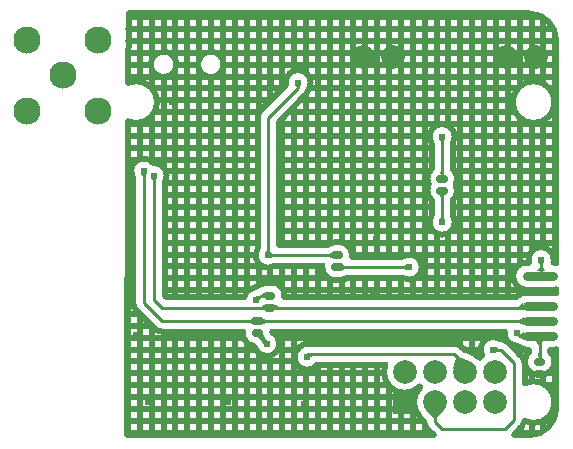
<source format=gbl>
G04 Layer: BottomLayer*
G04 EasyEDA v6.1.49, Sat, 25 May 2019 11:17:53 GMT*
G04 fc3d14014b1447b58ced6bada5ffd274,46bf6a40d4384fdb86bc8fc37bf60e4c,10*
G04 Gerber Generator version 0.2*
G04 Scale: 100 percent, Rotated: No, Reflected: No *
G04 Dimensions in millimeters *
G04 leading zeros omitted , absolute positions ,3 integer and 3 decimal *
%FSLAX33Y33*%
%MOMM*%
G90*
G71D02*

%ADD11C,0.250012*%
%ADD12C,1.999996*%
%ADD13C,0.699999*%
%ADD14C,0.620014*%
%ADD23C,2.299995*%
%ADD25C,0.499999*%
%ADD26C,0.799998*%

%LPD*%
G54D11*
G01X22374Y16659D02*
G01X21612Y17421D01*
G01X21612Y17548D01*
G01X22501Y24152D02*
G01X28343Y24152D01*
G01X22501Y24152D02*
G01X22501Y35799D01*
G01X25041Y38339D01*
G01X25041Y38757D01*
G01X25803Y15516D02*
G01X25803Y15770D01*
G01X38249Y15770D01*
G01X39138Y14881D01*
G01X39138Y14246D01*
G01X36598Y11706D02*
G01X36598Y10055D01*
G01X37233Y9420D01*
G01X42567Y9420D01*
G01X43329Y10182D01*
G01X43329Y15008D01*
G01X42186Y16151D01*
G01X41551Y16151D01*
G01X12849Y30883D02*
G01X12849Y20342D01*
G01X13484Y19707D01*
G01X45488Y19707D01*
G01X45488Y19834D01*
G01X43583Y17548D02*
G01X43837Y17294D01*
G01X45488Y17294D01*
G01X11960Y31264D02*
G01X11960Y20088D01*
G01X13484Y18564D01*
G01X45488Y18564D01*
G01X45488Y22374D02*
G01X45615Y22501D01*
G01X45615Y23771D01*
G01X21485Y20342D02*
G01X21866Y20723D01*
G01X22628Y20723D01*
G01X28343Y23136D02*
G01X34439Y23136D01*
G01X37233Y29613D02*
G01X37233Y26946D01*
G01X37233Y30629D02*
G01X37233Y34185D01*
G01X45488Y17294D02*
G01X45488Y15135D01*
G54D25*
G01X44577Y8894D02*
G01X43284Y8894D01*
G01X43284Y8894D02*
G01X43950Y9560D01*
G01X44207Y13298D02*
G01X44207Y15008D01*
G01X43950Y15629D02*
G01X42807Y16772D01*
G01X42186Y17029D02*
G01X42150Y17029D01*
G01X39818Y15862D02*
G01X39094Y16167D01*
G01X39094Y16167D02*
G01X38870Y16391D01*
G01X38249Y16648D02*
G01X26045Y16648D01*
G01X26045Y16648D02*
G01X25803Y16648D01*
G01X26664Y14891D02*
G01X32427Y14891D01*
G01X35295Y10531D02*
G01X35719Y10057D01*
G01X35719Y10057D02*
G01X35719Y10055D01*
G01X35976Y9433D02*
G01X36515Y8894D01*
G01X36515Y8894D02*
G01X10570Y8894D01*
G01X10570Y8894D02*
G01X10650Y35469D01*
G01X10660Y38746D02*
G01X10678Y44616D01*
G01X10678Y44616D02*
G01X44570Y44616D01*
G01X46902Y42280D02*
G01X46902Y23484D01*
G01X44579Y23527D02*
G01X44388Y23527D01*
G01X44388Y21220D02*
G01X46588Y21220D01*
G01X46902Y21263D02*
G01X46902Y20944D01*
G01X46588Y20987D02*
G01X44388Y20987D01*
G01X43568Y20646D02*
G01X43491Y20585D01*
G01X43491Y20585D02*
G01X23873Y20585D01*
G01X22778Y21826D02*
G01X22478Y21826D01*
G01X21978Y21707D02*
G01X21752Y21594D01*
G01X21291Y21388D02*
G01X21290Y21387D01*
G01X20449Y20585D02*
G01X13848Y20585D01*
G01X13848Y20585D02*
G01X13727Y20706D01*
G01X13727Y20706D02*
G01X13727Y30283D01*
G01X11081Y30664D02*
G01X11081Y20088D01*
G01X11338Y19466D02*
G01X12862Y17942D01*
G01X13484Y17685D02*
G01X20366Y17685D01*
G01X21246Y16465D02*
G01X21343Y16394D01*
G01X22857Y17685D02*
G01X42528Y17685D01*
G01X43460Y16491D02*
G01X43492Y16485D01*
G01X43536Y16468D02*
G01X43712Y16358D01*
G01X44388Y16140D02*
G01X44609Y16140D01*
G01X44609Y16140D02*
G01X44609Y15963D01*
G01X45338Y14031D02*
G01X45638Y14031D01*
G01X46366Y15964D02*
G01X46366Y16140D01*
G01X46366Y16140D02*
G01X46588Y16140D01*
G01X46902Y16183D02*
G01X46902Y11219D01*
G01X28193Y22032D02*
G01X28493Y22032D01*
G01X28987Y22149D02*
G01X29203Y22257D01*
G01X29203Y22257D02*
G01X33839Y22257D01*
G01X33839Y24014D02*
G01X29588Y24014D01*
G01X28493Y25255D02*
G01X28193Y25255D01*
G01X27693Y25136D02*
G01X27482Y25030D01*
G01X27482Y25030D02*
G01X23379Y25030D01*
G01X23379Y25030D02*
G01X23379Y35435D01*
G01X23379Y35435D02*
G01X25662Y37718D01*
G01X25882Y38085D02*
G01X25915Y38151D01*
G01X23999Y38541D02*
G01X21879Y36421D01*
G01X21622Y35799D02*
G01X21622Y24751D01*
G01X23100Y23273D02*
G01X27097Y23273D01*
G01X38111Y27545D02*
G01X38111Y28784D01*
G01X38111Y31458D02*
G01X38111Y33585D01*
G01X36354Y33585D02*
G01X36354Y31457D01*
G01X36354Y28784D02*
G01X36354Y27545D01*
G01X10570Y9122D02*
G01X36287Y9122D01*
G01X43512Y9122D02*
G01X45580Y9122D01*
G01X10573Y10127D02*
G01X35656Y10127D01*
G01X45780Y10127D02*
G01X46629Y10127D01*
G01X10576Y11132D02*
G01X34940Y11132D01*
G01X46654Y11132D02*
G01X46900Y11132D01*
G01X10580Y12137D02*
G01X34898Y12137D01*
G01X46696Y12137D02*
G01X46902Y12137D01*
G01X10583Y13142D02*
G01X32694Y13142D01*
G01X46013Y13142D02*
G01X46902Y13142D01*
G01X10586Y14147D02*
G01X32306Y14147D01*
G01X44207Y14147D02*
G01X44844Y14147D01*
G01X46131Y14147D02*
G01X46902Y14147D01*
G01X10589Y15152D02*
G01X24803Y15152D01*
G01X44195Y15152D02*
G01X44234Y15152D01*
G01X46741Y15152D02*
G01X46902Y15152D01*
G01X10592Y16157D02*
G01X21435Y16157D01*
G01X23312Y16157D02*
G01X24954Y16157D01*
G01X39116Y16157D02*
G01X40487Y16157D01*
G01X43421Y16157D02*
G01X44186Y16157D01*
G01X46789Y16157D02*
G01X46902Y16157D01*
G01X10595Y17162D02*
G01X20427Y17162D01*
G01X23310Y17162D02*
G01X41222Y17162D01*
G01X41879Y17162D02*
G01X42591Y17162D01*
G01X10598Y18168D02*
G01X12637Y18168D01*
G01X10601Y19173D02*
G01X11632Y19173D01*
G01X10604Y20178D02*
G01X11081Y20178D01*
G01X10607Y21183D02*
G01X11081Y21183D01*
G01X13727Y21183D02*
G01X20833Y21183D01*
G01X23781Y21183D02*
G01X46902Y21183D01*
G01X10610Y22188D02*
G01X11081Y22188D01*
G01X13727Y22188D02*
G01X27627Y22188D01*
G01X29065Y22188D02*
G01X33955Y22188D01*
G01X34922Y22188D02*
G01X43249Y22188D01*
G01X10613Y23193D02*
G01X11081Y23193D01*
G01X13727Y23193D02*
G01X22039Y23193D01*
G01X22962Y23193D02*
G01X27090Y23193D01*
G01X35501Y23193D02*
G01X43575Y23193D01*
G01X10616Y24198D02*
G01X11081Y24198D01*
G01X13727Y24198D02*
G01X21438Y24198D01*
G01X29595Y24198D02*
G01X34385Y24198D01*
G01X34492Y24198D02*
G01X44640Y24198D01*
G01X46589Y24198D02*
G01X46902Y24198D01*
G01X10619Y25203D02*
G01X11081Y25203D01*
G01X13727Y25203D02*
G01X21622Y25203D01*
G01X23379Y25203D02*
G01X27857Y25203D01*
G01X28828Y25203D02*
G01X46902Y25203D01*
G01X10622Y26208D02*
G01X11081Y26208D01*
G01X13727Y26208D02*
G01X21622Y26208D01*
G01X23379Y26208D02*
G01X36466Y26208D01*
G01X37999Y26208D02*
G01X46902Y26208D01*
G01X10625Y27213D02*
G01X11081Y27213D01*
G01X13727Y27213D02*
G01X21622Y27213D01*
G01X23379Y27213D02*
G01X36203Y27213D01*
G01X38262Y27213D02*
G01X46902Y27213D01*
G01X10628Y28218D02*
G01X11081Y28218D01*
G01X13727Y28218D02*
G01X21622Y28218D01*
G01X23379Y28218D02*
G01X36354Y28218D01*
G01X38111Y28218D02*
G01X46902Y28218D01*
G01X10631Y29223D02*
G01X11081Y29223D01*
G01X13727Y29223D02*
G01X21622Y29223D01*
G01X23379Y29223D02*
G01X36050Y29223D01*
G01X38415Y29223D02*
G01X46902Y29223D01*
G01X10634Y30228D02*
G01X11081Y30228D01*
G01X13727Y30228D02*
G01X21622Y30228D01*
G01X23379Y30228D02*
G01X36054Y30228D01*
G01X38411Y30228D02*
G01X46902Y30228D01*
G01X10637Y31234D02*
G01X10896Y31234D01*
G01X13853Y31234D02*
G01X21622Y31234D01*
G01X23379Y31234D02*
G01X36159Y31234D01*
G01X38306Y31234D02*
G01X46902Y31234D01*
G01X10640Y32239D02*
G01X11534Y32239D01*
G01X12385Y32239D02*
G01X21622Y32239D01*
G01X23379Y32239D02*
G01X36354Y32239D01*
G01X38111Y32239D02*
G01X46902Y32239D01*
G01X10643Y33244D02*
G01X21622Y33244D01*
G01X23379Y33244D02*
G01X36354Y33244D01*
G01X38111Y33244D02*
G01X46902Y33244D01*
G01X10646Y34249D02*
G01X21622Y34249D01*
G01X23379Y34249D02*
G01X36171Y34249D01*
G01X38294Y34249D02*
G01X46902Y34249D01*
G01X10649Y35254D02*
G01X21622Y35254D01*
G01X23379Y35254D02*
G01X46902Y35254D01*
G01X12879Y36259D02*
G01X21751Y36259D01*
G01X24203Y36259D02*
G01X43425Y36259D01*
G01X46534Y36259D02*
G01X46902Y36259D01*
G01X13087Y37264D02*
G01X22722Y37264D01*
G01X25208Y37264D02*
G01X43217Y37264D01*
G01X46742Y37264D02*
G01X46902Y37264D01*
G01X12658Y38269D02*
G01X23727Y38269D01*
G01X25986Y38269D02*
G01X43646Y38269D01*
G01X46313Y38269D02*
G01X46902Y38269D01*
G01X10661Y39274D02*
G01X13325Y39274D01*
G01X13962Y39274D02*
G01X17323Y39274D01*
G01X17960Y39274D02*
G01X24111Y39274D01*
G01X25970Y39274D02*
G01X46902Y39274D01*
G01X10665Y40279D02*
G01X12565Y40279D01*
G01X14722Y40279D02*
G01X16563Y40279D01*
G01X18720Y40279D02*
G01X46902Y40279D01*
G01X10668Y41284D02*
G01X13192Y41284D01*
G01X14096Y41284D02*
G01X17189Y41284D01*
G01X18094Y41284D02*
G01X46902Y41284D01*
G01X10671Y42289D02*
G01X46902Y42289D01*
G01X10674Y43294D02*
G01X46674Y43294D01*
G01X10677Y44300D02*
G01X45748Y44300D01*
G01X46812Y10579D02*
G01X46812Y16162D01*
G01X46812Y20965D02*
G01X46812Y21242D01*
G01X46812Y23505D02*
G01X46812Y42931D01*
G01X45807Y9246D02*
G01X45807Y10141D01*
G01X45807Y13270D02*
G01X45807Y14044D01*
G01X45807Y20987D02*
G01X45807Y21220D01*
G01X45807Y24817D02*
G01X45807Y35541D01*
G01X45807Y38670D02*
G01X45807Y44264D01*
G01X44802Y8905D02*
G01X44802Y9945D01*
G01X44802Y13466D02*
G01X44802Y14169D01*
G01X44802Y20987D02*
G01X44802Y21220D01*
G01X44802Y24457D02*
G01X44802Y35345D01*
G01X44802Y38866D02*
G01X44802Y44605D01*
G01X43797Y8894D02*
G01X43797Y9407D01*
G01X43797Y15782D02*
G01X43797Y16302D01*
G01X43797Y20825D02*
G01X43797Y21382D01*
G01X43797Y23365D02*
G01X43797Y35789D01*
G01X43797Y38422D02*
G01X43797Y44616D01*
G01X42792Y16787D02*
G01X42792Y16836D01*
G01X42792Y20585D02*
G01X42792Y44616D01*
G01X41787Y17188D02*
G01X41787Y17685D01*
G01X41787Y20585D02*
G01X41787Y44616D01*
G01X40782Y16886D02*
G01X40782Y17685D01*
G01X40782Y20585D02*
G01X40782Y44616D01*
G01X39777Y15879D02*
G01X39777Y17685D01*
G01X39777Y20585D02*
G01X39777Y44616D01*
G01X38772Y16476D02*
G01X38772Y17685D01*
G01X38772Y20585D02*
G01X38772Y44616D01*
G01X37766Y16648D02*
G01X37766Y17685D01*
G01X37766Y20585D02*
G01X37766Y26025D01*
G01X37766Y35105D02*
G01X37766Y44616D01*
G01X36761Y16648D02*
G01X36761Y17685D01*
G01X36761Y20585D02*
G01X36761Y25992D01*
G01X36761Y35138D02*
G01X36761Y44616D01*
G01X35756Y8894D02*
G01X35756Y9800D01*
G01X35756Y16648D02*
G01X35756Y17685D01*
G01X35756Y20585D02*
G01X35756Y44616D01*
G01X34751Y8894D02*
G01X34751Y12635D01*
G01X34751Y16648D02*
G01X34751Y17685D01*
G01X34751Y20585D02*
G01X34751Y22119D01*
G01X34751Y24152D02*
G01X34751Y44616D01*
G01X33746Y8894D02*
G01X33746Y12520D01*
G01X33746Y16648D02*
G01X33746Y17685D01*
G01X33746Y20585D02*
G01X33746Y22257D01*
G01X33746Y24014D02*
G01X33746Y44616D01*
G01X32741Y8894D02*
G01X32741Y13087D01*
G01X32741Y16648D02*
G01X32741Y17685D01*
G01X32741Y20585D02*
G01X32741Y22257D01*
G01X32741Y24014D02*
G01X32741Y44616D01*
G01X31736Y8894D02*
G01X31736Y14891D01*
G01X31736Y16648D02*
G01X31736Y17685D01*
G01X31736Y20585D02*
G01X31736Y22257D01*
G01X31736Y24014D02*
G01X31736Y44616D01*
G01X30731Y8894D02*
G01X30731Y14891D01*
G01X30731Y16648D02*
G01X30731Y17685D01*
G01X30731Y20585D02*
G01X30731Y22257D01*
G01X30731Y24014D02*
G01X30731Y44616D01*
G01X29726Y8894D02*
G01X29726Y14891D01*
G01X29726Y16648D02*
G01X29726Y17685D01*
G01X29726Y20585D02*
G01X29726Y22257D01*
G01X29726Y24014D02*
G01X29726Y44616D01*
G01X28721Y8894D02*
G01X28721Y14891D01*
G01X28721Y16648D02*
G01X28721Y17685D01*
G01X28721Y20585D02*
G01X28721Y22056D01*
G01X28721Y25231D02*
G01X28721Y44616D01*
G01X27716Y8894D02*
G01X27716Y14891D01*
G01X27716Y16648D02*
G01X27716Y17685D01*
G01X27716Y20585D02*
G01X27716Y22140D01*
G01X27716Y25147D02*
G01X27716Y44616D01*
G01X26711Y8894D02*
G01X26711Y14891D01*
G01X26711Y16648D02*
G01X26711Y17685D01*
G01X26711Y20585D02*
G01X26711Y23273D01*
G01X26711Y25030D02*
G01X26711Y44616D01*
G01X25705Y8894D02*
G01X25705Y14456D01*
G01X25705Y16643D02*
G01X25705Y17685D01*
G01X25705Y20585D02*
G01X25705Y23273D01*
G01X25705Y25030D02*
G01X25705Y37765D01*
G01X25705Y39587D02*
G01X25705Y44616D01*
G01X24700Y8894D02*
G01X24700Y17685D01*
G01X24700Y20585D02*
G01X24700Y23273D01*
G01X24700Y25030D02*
G01X24700Y36756D01*
G01X24700Y39765D02*
G01X24700Y44616D01*
G01X23695Y8894D02*
G01X23695Y17685D01*
G01X23695Y21336D02*
G01X23695Y23273D01*
G01X23695Y25030D02*
G01X23695Y35751D01*
G01X23695Y38237D02*
G01X23695Y44616D01*
G01X22690Y8894D02*
G01X22690Y15643D01*
G01X22690Y21826D02*
G01X22690Y23105D01*
G01X22690Y37232D02*
G01X22690Y44616D01*
G01X21685Y8894D02*
G01X21685Y15847D01*
G01X21685Y21583D02*
G01X21685Y23468D01*
G01X21685Y36127D02*
G01X21685Y44616D01*
G01X20680Y8894D02*
G01X20680Y16768D01*
G01X20680Y21038D02*
G01X20680Y44616D01*
G01X19675Y8894D02*
G01X19675Y17685D01*
G01X19675Y20585D02*
G01X19675Y44616D01*
G01X18670Y8894D02*
G01X18670Y17685D01*
G01X18670Y20585D02*
G01X18670Y39978D01*
G01X18670Y40631D02*
G01X18670Y44616D01*
G01X17665Y8894D02*
G01X17665Y17685D01*
G01X17665Y20585D02*
G01X17665Y39226D01*
G01X17665Y41383D02*
G01X17665Y44616D01*
G01X16660Y8894D02*
G01X16660Y17685D01*
G01X16660Y20585D02*
G01X16660Y39858D01*
G01X16660Y40752D02*
G01X16660Y44616D01*
G01X15655Y8894D02*
G01X15655Y17685D01*
G01X15655Y20585D02*
G01X15655Y44616D01*
G01X14650Y8894D02*
G01X14650Y17685D01*
G01X14650Y20585D02*
G01X14650Y39915D01*
G01X14650Y40695D02*
G01X14650Y44616D01*
G01X13645Y8894D02*
G01X13645Y17685D01*
G01X13645Y31588D02*
G01X13645Y39226D01*
G01X13645Y41384D02*
G01X13645Y44616D01*
G01X12639Y8894D02*
G01X12639Y18165D01*
G01X12639Y32082D02*
G01X12639Y35921D01*
G01X12639Y38290D02*
G01X12639Y39911D01*
G01X12639Y40699D02*
G01X12639Y44616D01*
G01X11634Y8894D02*
G01X11634Y19170D01*
G01X11634Y32276D02*
G01X11634Y35363D01*
G01X11634Y38848D02*
G01X11634Y44616D01*
G01X10629Y8894D02*
G01X10629Y28624D01*
G54D13*
G01X21762Y18564D02*
G01X21462Y18564D01*
G01X22778Y19707D02*
G01X22478Y19707D01*
G01X22778Y20723D02*
G01X22478Y20723D01*
G01X21762Y17548D02*
G01X21462Y17548D01*
G01X28493Y24152D02*
G01X28193Y24152D01*
G01X28493Y23136D02*
G01X28193Y23136D01*
G01X37083Y30629D02*
G01X37383Y30629D01*
G01X37083Y29613D02*
G01X37383Y29613D01*
G01X45638Y14119D02*
G01X45338Y14119D01*
G01X45638Y15135D02*
G01X45338Y15135D01*
G54D26*
G01X44388Y22374D02*
G01X46588Y22374D01*
G01X44388Y21104D02*
G01X46588Y21104D01*
G01X44388Y19834D02*
G01X46588Y19834D01*
G01X44388Y18564D02*
G01X46588Y18564D01*
G01X44388Y17294D02*
G01X46588Y17294D01*
G54D25*
G75*
G01X46903Y11220D02*
G02X44582Y8895I-2326J0D01*
G01*
G75*
G01X44582Y8895D02*
G03X44577Y8895I-5J-767D01*
G01*
G75*
G01X43950Y9561D02*
G03X44205Y10115I-621J621D01*
G01*
G75*
G01X44205Y10115D02*
G03X44980Y9936I775J1591D01*
G01*
G75*
G01X44980Y9936D02*
G03X46750Y11706I0J1770D01*
G01*
G75*
G01X46750Y11706D02*
G03X44980Y13476I-1770J0D01*
G01*
G75*
G01X44980Y13476D02*
G03X44208Y13298I0J-1770D01*
G01*
G75*
G01X44208Y15008D02*
G03X43950Y15629I-879J0D01*
G01*
G75*
G01X42807Y16772D02*
G03X42186Y17030I-621J-621D01*
G01*
G75*
G01X42151Y17030D02*
G03X41551Y17215I-600J-879D01*
G01*
G75*
G01X41551Y17215D02*
G03X40487Y16151I0J-1064D01*
G01*
G75*
G01X40487Y16151D02*
G03X40617Y15642I1064J0D01*
G01*
G75*
G01X40617Y15642D02*
G03X40408Y15456I1061J-1396D01*
G01*
G75*
G01X40408Y15456D02*
G03X39820Y15862I-1270J-1210D01*
G01*
G75*
G01X39820Y15862D02*
G03X39821Y15862I294J694D01*
G01*
G75*
G01X38870Y16391D02*
G03X38249Y16649I-621J-621D01*
G01*
G75*
G01X25803Y16649D02*
G03X25143Y16350I0J-879D01*
G01*
G75*
G01X25143Y16350D02*
G03X24739Y15516I660J-834D01*
G01*
G75*
G01X24739Y15516D02*
G03X25803Y14452I1064J0D01*
G01*
G75*
G01X25803Y14452D02*
G03X26664Y14891I0J1064D01*
G01*
G75*
G01X32427Y14891D02*
G03X32304Y14246I1631J-645D01*
G01*
G75*
G01X32304Y14246D02*
G03X34058Y12492I1754J0D01*
G01*
G75*
G01X34058Y12492D02*
G03X35328Y13037I0J1754D01*
G01*
G75*
G01X35328Y13037D02*
G03X35389Y12976I1270J1209D01*
G01*
G75*
G01X35389Y12976D02*
G03X34844Y11706I1209J-1270D01*
G01*
G75*
G01X34844Y11706D02*
G03X35295Y10532I1754J0D01*
G01*
G75*
G01X35719Y10055D02*
G03X35977Y9434I879J0D01*
G01*
G75*
G01X10651Y35470D02*
G03X11325Y35336I674J1636D01*
G01*
G75*
G01X11325Y35336D02*
G03X13095Y37106I0J1770D01*
G01*
G75*
G01X13095Y37106D02*
G03X11325Y38876I-1770J0D01*
G01*
G75*
G01X11325Y38876D02*
G03X10660Y38746I0J-1770D01*
G01*
G75*
G01X44571Y44617D02*
G03X44577Y44616I6J766D01*
G01*
G75*
G01X44577Y44616D02*
G02X46902Y42291I0J-2325D01*
G01*
G75*
G01X46902Y42291D02*
G03X46903Y42280I767J0D01*
G01*
G75*
G01X46903Y23484D02*
G03X46650Y23526I-315J-1110D01*
G01*
G75*
G01X46650Y23526D02*
G03X46679Y23771I-1035J245D01*
G01*
G75*
G01X46679Y23771D02*
G03X45615Y24835I-1064J0D01*
G01*
G75*
G01X45615Y24835D02*
G03X44551Y23771I0J-1064D01*
G01*
G75*
G01X44551Y23771D02*
G03X44579Y23528I1064J0D01*
G01*
G75*
G01X44388Y23528D02*
G03X43234Y22374I0J-1154D01*
G01*
G75*
G01X43234Y22374D02*
G03X44388Y21220I1154J0D01*
G01*
G75*
G01X46588Y21220D02*
G03X46903Y21264I0J1154D01*
G01*
G75*
G01X46903Y20944D02*
G03X46588Y20988I-315J-1110D01*
G01*
G75*
G01X44388Y20988D02*
G03X43568Y20646I0J-1154D01*
G01*
G75*
G01X23873Y20586D02*
G03X23882Y20723I-1095J137D01*
G01*
G75*
G01X23882Y20723D02*
G03X22778Y21827I-1104J0D01*
G01*
G75*
G01X22478Y21827D02*
G03X21978Y21707I0J-1104D01*
G01*
G75*
G01X21753Y21595D02*
G03X21292Y21388I113J-872D01*
G01*
G75*
G01X21291Y21388D02*
G03X20450Y20586I194J-1046D01*
G01*
G75*
G01X13728Y30284D02*
G03X13913Y30883I-879J599D01*
G01*
G75*
G01X13913Y30883D02*
G03X12849Y31947I-1064J0D01*
G01*
G75*
G01X12849Y31947D02*
G03X12778Y31944I0J-1064D01*
G01*
G75*
G01X12778Y31944D02*
G03X11960Y32328I-818J-680D01*
G01*
G75*
G01X11960Y32328D02*
G03X10896Y31264I0J-1064D01*
G01*
G75*
G01X10896Y31264D02*
G03X11081Y30665I1064J0D01*
G01*
G75*
G01X11081Y20088D02*
G03X11339Y19467I879J0D01*
G01*
G75*
G01X12863Y17943D02*
G03X13484Y17685I621J621D01*
G01*
G75*
G01X20367Y17685D02*
G03X20358Y17548I1095J-137D01*
G01*
G75*
G01X20358Y17548D02*
G03X21247Y16465I1104J0D01*
G01*
G75*
G01X21344Y16394D02*
G03X22374Y15595I1030J265D01*
G01*
G75*
G01X22374Y15595D02*
G03X23438Y16659I0J1064D01*
G01*
G75*
G01X23438Y16659D02*
G03X22864Y17603I-1064J0D01*
G01*
G75*
G01X22864Y17603D02*
G03X22857Y17685I-1102J-55D01*
G01*
G75*
G01X42528Y17685D02*
G03X42519Y17548I1055J-137D01*
G01*
G75*
G01X42519Y17548D02*
G03X43461Y16491I1064J0D01*
G01*
G75*
G01X43492Y16486D02*
G03X43537Y16468I345J808D01*
G01*
G75*
G01X43712Y16359D02*
G03X44388Y16140I676J935D01*
G01*
G75*
G01X44609Y15964D02*
G03X44234Y15135I729J-829D01*
G01*
G75*
G01X44234Y15135D02*
G03X45338Y14031I1104J0D01*
G01*
G75*
G01X45638Y14031D02*
G03X46742Y15135I0J1104D01*
G01*
G75*
G01X46742Y15135D02*
G03X46367Y15964I-1104J0D01*
G01*
G75*
G01X46588Y16140D02*
G03X46903Y16184I0J1154D01*
G01*
G75*
G01X27089Y23136D02*
G03X28193Y22032I1104J0D01*
G01*
G75*
G01X28493Y22032D02*
G03X28980Y22146I0J1104D01*
G01*
G75*
G01X28980Y22146D02*
G03X28988Y22149I-329J678D01*
G01*
G75*
G01X33840Y22257D02*
G03X34439Y22072I599J879D01*
G01*
G75*
G01X34439Y22072D02*
G03X35503Y23136I0J1064D01*
G01*
G75*
G01X35503Y23136D02*
G03X34439Y24200I-1064J0D01*
G01*
G75*
G01X34439Y24200D02*
G03X33840Y24015I0J-1064D01*
G01*
G75*
G01X29588Y24015D02*
G03X29597Y24152I-1095J137D01*
G01*
G75*
G01X29597Y24152D02*
G03X28493Y25256I-1104J0D01*
G01*
G75*
G01X28193Y25256D02*
G03X27693Y25136I0J-1104D01*
G01*
G75*
G01X25662Y37719D02*
G03X25882Y38086I-621J621D01*
G01*
G75*
G01X25916Y38151D02*
G03X26105Y38757I-875J606D01*
G01*
G75*
G01X26105Y38757D02*
G03X25041Y39821I-1064J0D01*
G01*
G75*
G01X25041Y39821D02*
G03X23977Y38757I0J-1064D01*
G01*
G75*
G01X23977Y38757D02*
G03X23999Y38541I1064J0D01*
G01*
G75*
G01X21880Y36421D02*
G03X21622Y35800I621J-621D01*
G01*
G75*
G01X21622Y24752D02*
G03X21437Y24152I879J-600D01*
G01*
G75*
G01X21437Y24152D02*
G03X22501Y23088I1064J0D01*
G01*
G75*
G01X22501Y23088D02*
G03X23101Y23273I0J1064D01*
G01*
G75*
G01X27098Y23273D02*
G03X27089Y23136I1095J-137D01*
G01*
G75*
G01X36169Y26946D02*
G03X37233Y25882I1064J0D01*
G01*
G75*
G01X37233Y25882D02*
G03X38297Y26946I0J1064D01*
G01*
G75*
G01X38297Y26946D02*
G03X38112Y27546I-1064J0D01*
G01*
G75*
G01X38112Y28784D02*
G03X38487Y29613I-729J829D01*
G01*
G75*
G01X38487Y29613D02*
G03X38363Y30121I-1104J0D01*
G01*
G75*
G01X38363Y30121D02*
G03X38487Y30629I-980J508D01*
G01*
G75*
G01X38487Y30629D02*
G03X38112Y31458I-1104J0D01*
G01*
G75*
G01X38112Y33586D02*
G03X38297Y34185I-879J599D01*
G01*
G75*
G01X38297Y34185D02*
G03X37233Y35249I-1064J0D01*
G01*
G75*
G01X37233Y35249D02*
G03X36169Y34185I0J-1064D01*
G01*
G75*
G01X36169Y34185D02*
G03X36354Y33586I1064J0D01*
G01*
G75*
G01X36354Y31458D02*
G03X35979Y30629I729J-829D01*
G01*
G75*
G01X35979Y30629D02*
G03X36103Y30121I1104J0D01*
G01*
G75*
G01X36103Y30121D02*
G03X35979Y29613I980J-508D01*
G01*
G75*
G01X35979Y29613D02*
G03X36354Y28784I1104J0D01*
G01*
G75*
G01X36354Y27546D02*
G03X36169Y26946I879J-600D01*
G01*
G75*
G01X44980Y35336D02*
G03X46750Y37106I0J1770D01*
G01*
G75*
G01X46750Y37106D02*
G03X44980Y38876I-1770J0D01*
G01*
G75*
G01X44980Y38876D02*
G03X43210Y37106I0J-1770D01*
G01*
G75*
G01X43210Y37106D02*
G03X44980Y35336I1770J0D01*
G01*
G75*
G01X12565Y40305D02*
G03X13644Y39227I1079J0D01*
G01*
G75*
G01X13644Y39227D02*
G03X14723Y40305I0J1078D01*
G01*
G75*
G01X14723Y40305D02*
G03X13644Y41384I-1079J0D01*
G01*
G75*
G01X13644Y41384D02*
G03X12565Y40305I0J-1079D01*
G01*
G75*
G01X17642Y39227D02*
G03X18721Y40305I0J1078D01*
G01*
G75*
G01X18721Y40305D02*
G03X17642Y41384I-1079J0D01*
G01*
G75*
G01X17642Y41384D02*
G03X16563Y40305I0J-1079D01*
G01*
G75*
G01X16563Y40305D02*
G03X17642Y39227I1079J0D01*
G01*

%LPD*%
G36*
G01X37348Y11044D02*
G01X35848Y11044D01*
G01X36473Y10344D01*
G01X36723Y10344D01*
G01X37348Y11044D01*
G37*

%LPD*%
G36*
G01X39526Y15167D02*
G01X38665Y15529D01*
G01X38427Y15414D01*
G01X38175Y14516D01*
G01X39526Y15167D01*
G37*

%LPD*%
G36*
G01X26234Y15645D02*
G01X26045Y15895D01*
G01X25826Y15825D01*
G01X26106Y15453D01*
G01X26234Y15645D01*
G37*

%LPD*%
G36*
G01X13081Y30677D02*
G01X12616Y30677D01*
G01X12724Y30460D01*
G01X12974Y30460D01*
G01X13081Y30677D01*
G37*

%LPD*%
G36*
G01X41973Y16276D02*
G01X41756Y16383D01*
G01X41756Y15918D01*
G01X41973Y16026D01*
G01X41973Y16276D01*
G37*

%LPD*%
G36*
G01X43925Y17382D02*
G01X43892Y17567D01*
G01X43563Y17238D01*
G01X43748Y17205D01*
G01X43925Y17382D01*
G37*

%LPD*%
G36*
G01X12192Y31058D02*
G01X11727Y31058D01*
G01X11835Y30841D01*
G01X12085Y30841D01*
G01X12192Y31058D01*
G37*

%LPD*%
G36*
G01X22393Y16968D02*
G01X22163Y17045D01*
G01X21987Y16869D01*
G01X22064Y16639D01*
G01X22393Y16968D01*
G37*

%LPD*%
G36*
G01X45847Y23565D02*
G01X45382Y23565D01*
G01X45490Y23348D01*
G01X45740Y23348D01*
G01X45847Y23565D01*
G37*

%LPD*%
G36*
G01X37358Y27368D02*
G01X37108Y27368D01*
G01X37000Y27151D01*
G01X37465Y27151D01*
G01X37358Y27368D01*
G37*

%LPD*%
G36*
G01X22923Y24277D02*
G01X22706Y24384D01*
G01X22706Y23919D01*
G01X22923Y24027D01*
G01X22923Y24277D01*
G37*

%LPD*%
G36*
G01X22626Y24574D02*
G01X22376Y24574D01*
G01X22268Y24357D01*
G01X22733Y24357D01*
G01X22626Y24574D01*
G37*

%LPD*%
G36*
G01X25273Y38551D02*
G01X24808Y38551D01*
G01X24916Y38339D01*
G01X25166Y38339D01*
G01X25273Y38551D01*
G37*

%LPD*%
G36*
G01X37465Y33979D02*
G01X37000Y33979D01*
G01X37108Y33762D01*
G01X37358Y33762D01*
G01X37465Y33979D01*
G37*

%LPD*%
G36*
G01X34233Y22903D02*
G01X34233Y23368D01*
G01X34016Y23261D01*
G01X34016Y23011D01*
G01X34233Y22903D01*
G37*

%LPD*%
G36*
G01X21871Y20552D02*
G01X21695Y20728D01*
G01X21465Y20651D01*
G01X21794Y20322D01*
G01X21871Y20552D01*
G37*

%LPD*%
G36*
G01X21304Y18251D02*
G01X21304Y18876D01*
G01X20929Y18689D01*
G01X20929Y18439D01*
G01X21304Y18251D01*
G37*

%LPD*%
G36*
G01X22294Y18689D02*
G01X21919Y18876D01*
G01X21919Y18251D01*
G01X22294Y18439D01*
G01X22294Y18689D01*
G37*

%LPD*%
G36*
G01X22320Y19394D02*
G01X22320Y20019D01*
G01X21945Y19832D01*
G01X21945Y19582D01*
G01X22320Y19394D01*
G37*

%LPD*%
G36*
G01X23310Y19832D02*
G01X22935Y20019D01*
G01X22935Y19394D01*
G01X23310Y19582D01*
G01X23310Y19832D01*
G37*

%LPD*%
G36*
G01X22320Y20410D02*
G01X22320Y21035D01*
G01X21945Y20848D01*
G01X21945Y20598D01*
G01X22320Y20410D01*
G37*

%LPD*%
G36*
G01X22386Y16823D02*
G01X22096Y17445D01*
G01X21522Y17198D01*
G01X22033Y16823D01*
G01X22386Y16823D01*
G37*

%LPD*%
G36*
G01X28035Y23839D02*
G01X28035Y24464D01*
G01X27660Y24277D01*
G01X27660Y24027D01*
G01X28035Y23839D01*
G37*

%LPD*%
G36*
G01X29025Y23261D02*
G01X28650Y23448D01*
G01X28650Y22823D01*
G01X29025Y23011D01*
G01X29025Y23261D01*
G37*

%LPD*%
G36*
G01X37358Y31354D02*
G01X37108Y31354D01*
G01X37083Y30979D01*
G01X37383Y30979D01*
G01X37358Y31354D01*
G37*

%LPD*%
G36*
G01X37383Y29263D02*
G01X37083Y29263D01*
G01X37108Y28888D01*
G01X37358Y28888D01*
G01X37383Y29263D01*
G37*

%LPD*%
G36*
G01X45613Y15860D02*
G01X45363Y15860D01*
G01X45338Y15485D01*
G01X45638Y15485D01*
G01X45613Y15860D01*
G37*

%LPD*%
G36*
G01X45740Y23149D02*
G01X45490Y23149D01*
G01X45302Y22774D01*
G01X45927Y22774D01*
G01X45740Y23149D01*
G37*

%LPD*%
G36*
G01X44207Y19477D02*
G01X44080Y20089D01*
G01X43750Y19832D01*
G01X43802Y19582D01*
G01X44207Y19477D01*
G37*

%LPD*%
G36*
G01X44138Y18251D02*
G01X44138Y18876D01*
G01X43763Y18689D01*
G01X43763Y18439D01*
G01X44138Y18251D01*
G37*

%LPD*%
G36*
G01X44138Y16981D02*
G01X44138Y17606D01*
G01X43837Y17419D01*
G01X43837Y17169D01*
G01X44138Y16981D01*
G37*

%LPD*%
G36*
G01X45800Y16894D02*
G01X45175Y16894D01*
G01X45363Y16519D01*
G01X45613Y16519D01*
G01X45800Y16894D01*
G37*
G54D23*
G01X5102Y39392D03*
G01X8101Y36392D03*
G01X2102Y36392D03*
G01X2102Y42391D03*
G01X8101Y42391D03*
G36*
G01X33057Y10706D02*
G01X33057Y12706D01*
G01X35057Y12706D01*
G01X35057Y10706D01*
G01X33057Y10706D01*
G37*
G54D12*
G01X34058Y14246D03*
G01X36598Y11706D03*
G01X36598Y14246D03*
G01X39138Y11706D03*
G01X39138Y14246D03*
G01X41678Y11706D03*
G01X41678Y14246D03*
G01X30558Y40916D03*
G01X33098Y40916D03*
G01X42638Y40916D03*
G01X45178Y40916D03*
G54D14*
G01X25803Y15516D03*
G01X12849Y30883D03*
G01X41551Y16151D03*
G01X43583Y17548D03*
G01X11325Y17421D03*
G01X11960Y31264D03*
G01X22374Y16659D03*
G01X22755Y38757D03*
G01X45615Y23771D03*
G01X31391Y20850D03*
G01X14342Y37106D03*
G01X38376Y24152D03*
G01X31645Y25549D03*
G01X37233Y26946D03*
G01X22501Y24152D03*
G01X25041Y38757D03*
G01X37233Y34185D03*
G01X34439Y23136D03*
G01X21485Y20342D03*
G01X19072Y11706D03*
G01X25549Y11579D03*
G01X12341Y11706D03*
M00*
M02*

</source>
